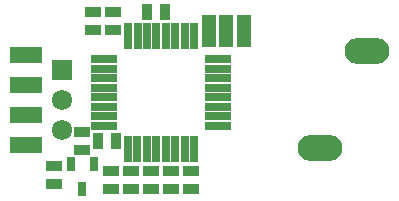
<source format=gbs>
G04 (created by PCBNEW (2013-07-07 BZR 4022)-stable) date 07/07/2014 23:54:26*
%MOIN*%
G04 Gerber Fmt 3.4, Leading zero omitted, Abs format*
%FSLAX34Y34*%
G01*
G70*
G90*
G04 APERTURE LIST*
%ADD10C,0.0019685*%
%ADD11R,0.025574X0.086574*%
%ADD12R,0.086574X0.025574*%
%ADD13R,0.031474X0.047274*%
%ADD14R,0.052874X0.032874*%
%ADD15R,0.067874X0.067874*%
%ADD16C,0.067874*%
%ADD17R,0.0472441X0.110236*%
%ADD18R,0.107874X0.057874*%
%ADD19R,0.032874X0.052874*%
%ADD20O,0.149606X0.0866142*%
G04 APERTURE END LIST*
G54D10*
G54D11*
X79281Y-54363D03*
X78966Y-54363D03*
X78651Y-54363D03*
X78336Y-54363D03*
X78021Y-54363D03*
X77706Y-54363D03*
X77391Y-54363D03*
X77076Y-54363D03*
X77078Y-58129D03*
X79288Y-58129D03*
X78968Y-58129D03*
X78648Y-58129D03*
X78338Y-58129D03*
X78018Y-58129D03*
X77708Y-58129D03*
X77388Y-58129D03*
G54D12*
X76288Y-55147D03*
X76288Y-55461D03*
X76288Y-55777D03*
X76288Y-56091D03*
X76288Y-56407D03*
X76288Y-56721D03*
X76288Y-57037D03*
X76288Y-57351D03*
X80068Y-55149D03*
X80068Y-55459D03*
X80068Y-55779D03*
X80068Y-56089D03*
X80068Y-56399D03*
X80068Y-56719D03*
X80068Y-57039D03*
X80068Y-57359D03*
G54D13*
X75176Y-58639D03*
X75551Y-59471D03*
X75926Y-58639D03*
G54D14*
X76574Y-53558D03*
X76574Y-54158D03*
G54D15*
X74881Y-55496D03*
G54D16*
X74881Y-56496D03*
X74881Y-57496D03*
G54D17*
X79763Y-54212D03*
X80354Y-54212D03*
X80944Y-54212D03*
G54D18*
X73661Y-57996D03*
X73661Y-56996D03*
X73661Y-55996D03*
X73661Y-54996D03*
G54D14*
X75905Y-54158D03*
X75905Y-53558D03*
G54D19*
X77692Y-53582D03*
X78292Y-53582D03*
G54D14*
X76496Y-58873D03*
X76496Y-59473D03*
X79173Y-59473D03*
X79173Y-58873D03*
X77165Y-58873D03*
X77165Y-59473D03*
X77834Y-59473D03*
X77834Y-58873D03*
G54D19*
X76677Y-57874D03*
X76077Y-57874D03*
G54D14*
X78503Y-59473D03*
X78503Y-58873D03*
X74606Y-58715D03*
X74606Y-59315D03*
X75551Y-58174D03*
X75551Y-57574D03*
G54D20*
X85039Y-54881D03*
X83464Y-58110D03*
M02*

</source>
